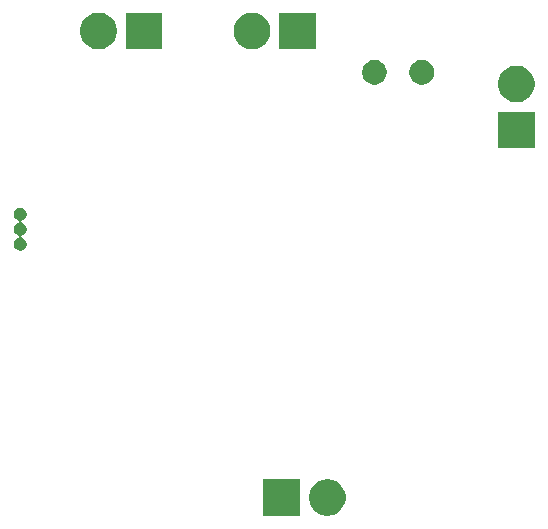
<source format=gbr>
G04 #@! TF.GenerationSoftware,KiCad,Pcbnew,(5.1.5)-3*
G04 #@! TF.CreationDate,2022-02-08T11:31:35-03:00*
G04 #@! TF.ProjectId,bq24160,62713234-3136-4302-9e6b-696361645f70,rev?*
G04 #@! TF.SameCoordinates,Original*
G04 #@! TF.FileFunction,Soldermask,Bot*
G04 #@! TF.FilePolarity,Negative*
%FSLAX46Y46*%
G04 Gerber Fmt 4.6, Leading zero omitted, Abs format (unit mm)*
G04 Created by KiCad (PCBNEW (5.1.5)-3) date 2022-02-08 11:31:35*
%MOMM*%
%LPD*%
G04 APERTURE LIST*
%ADD10C,0.100000*%
G04 APERTURE END LIST*
D10*
G36*
X96671000Y-116551000D02*
G01*
X93569000Y-116551000D01*
X93569000Y-113449000D01*
X96671000Y-113449000D01*
X96671000Y-116551000D01*
G37*
G36*
X99302585Y-113478802D02*
G01*
X99452410Y-113508604D01*
X99734674Y-113625521D01*
X99988705Y-113795259D01*
X100204741Y-114011295D01*
X100374479Y-114265326D01*
X100491396Y-114547590D01*
X100551000Y-114847240D01*
X100551000Y-115152760D01*
X100491396Y-115452410D01*
X100374479Y-115734674D01*
X100204741Y-115988705D01*
X99988705Y-116204741D01*
X99734674Y-116374479D01*
X99452410Y-116491396D01*
X99302585Y-116521198D01*
X99152761Y-116551000D01*
X98847239Y-116551000D01*
X98697415Y-116521198D01*
X98547590Y-116491396D01*
X98265326Y-116374479D01*
X98011295Y-116204741D01*
X97795259Y-115988705D01*
X97625521Y-115734674D01*
X97508604Y-115452410D01*
X97449000Y-115152760D01*
X97449000Y-114847240D01*
X97508604Y-114547590D01*
X97625521Y-114265326D01*
X97795259Y-114011295D01*
X98011295Y-113795259D01*
X98265326Y-113625521D01*
X98547590Y-113508604D01*
X98697415Y-113478802D01*
X98847239Y-113449000D01*
X99152761Y-113449000D01*
X99302585Y-113478802D01*
G37*
G36*
X73160721Y-90470174D02*
G01*
X73260995Y-90511709D01*
X73260996Y-90511710D01*
X73351242Y-90572010D01*
X73427990Y-90648758D01*
X73427991Y-90648760D01*
X73488291Y-90739005D01*
X73529826Y-90839279D01*
X73551000Y-90945730D01*
X73551000Y-91054270D01*
X73529826Y-91160721D01*
X73488291Y-91260995D01*
X73488290Y-91260996D01*
X73427990Y-91351242D01*
X73351242Y-91427990D01*
X73305812Y-91458345D01*
X73260995Y-91488291D01*
X73185611Y-91519516D01*
X73164000Y-91531067D01*
X73145059Y-91546612D01*
X73129513Y-91565554D01*
X73117962Y-91587165D01*
X73110849Y-91610614D01*
X73108447Y-91635000D01*
X73110849Y-91659386D01*
X73117962Y-91682835D01*
X73129513Y-91704446D01*
X73145058Y-91723387D01*
X73164000Y-91738933D01*
X73185611Y-91750484D01*
X73260995Y-91781709D01*
X73260996Y-91781710D01*
X73351242Y-91842010D01*
X73427990Y-91918758D01*
X73427991Y-91918760D01*
X73488291Y-92009005D01*
X73529826Y-92109279D01*
X73551000Y-92215730D01*
X73551000Y-92324270D01*
X73529826Y-92430721D01*
X73488291Y-92530995D01*
X73488290Y-92530996D01*
X73427990Y-92621242D01*
X73351242Y-92697990D01*
X73305812Y-92728345D01*
X73260995Y-92758291D01*
X73185611Y-92789516D01*
X73164000Y-92801067D01*
X73145059Y-92816612D01*
X73129513Y-92835554D01*
X73117962Y-92857165D01*
X73110849Y-92880614D01*
X73108447Y-92905000D01*
X73110849Y-92929386D01*
X73117962Y-92952835D01*
X73129513Y-92974446D01*
X73145058Y-92993387D01*
X73164000Y-93008933D01*
X73185611Y-93020484D01*
X73260995Y-93051709D01*
X73260996Y-93051710D01*
X73351242Y-93112010D01*
X73427990Y-93188758D01*
X73427991Y-93188760D01*
X73488291Y-93279005D01*
X73529826Y-93379279D01*
X73551000Y-93485730D01*
X73551000Y-93594270D01*
X73529826Y-93700721D01*
X73488291Y-93800995D01*
X73488290Y-93800996D01*
X73427990Y-93891242D01*
X73351242Y-93967990D01*
X73305812Y-93998345D01*
X73260995Y-94028291D01*
X73160721Y-94069826D01*
X73054270Y-94091000D01*
X72945730Y-94091000D01*
X72839279Y-94069826D01*
X72739005Y-94028291D01*
X72694188Y-93998345D01*
X72648758Y-93967990D01*
X72572010Y-93891242D01*
X72511710Y-93800996D01*
X72511709Y-93800995D01*
X72470174Y-93700721D01*
X72449000Y-93594270D01*
X72449000Y-93485730D01*
X72470174Y-93379279D01*
X72511709Y-93279005D01*
X72572009Y-93188760D01*
X72572010Y-93188758D01*
X72648758Y-93112010D01*
X72739004Y-93051710D01*
X72739005Y-93051709D01*
X72814389Y-93020484D01*
X72836000Y-93008933D01*
X72854941Y-92993388D01*
X72870487Y-92974446D01*
X72882038Y-92952835D01*
X72889151Y-92929386D01*
X72891553Y-92905000D01*
X72889151Y-92880614D01*
X72882038Y-92857165D01*
X72870487Y-92835554D01*
X72854942Y-92816613D01*
X72836000Y-92801067D01*
X72814389Y-92789516D01*
X72739005Y-92758291D01*
X72694188Y-92728345D01*
X72648758Y-92697990D01*
X72572010Y-92621242D01*
X72511710Y-92530996D01*
X72511709Y-92530995D01*
X72470174Y-92430721D01*
X72449000Y-92324270D01*
X72449000Y-92215730D01*
X72470174Y-92109279D01*
X72511709Y-92009005D01*
X72572009Y-91918760D01*
X72572010Y-91918758D01*
X72648758Y-91842010D01*
X72739004Y-91781710D01*
X72739005Y-91781709D01*
X72814389Y-91750484D01*
X72836000Y-91738933D01*
X72854941Y-91723388D01*
X72870487Y-91704446D01*
X72882038Y-91682835D01*
X72889151Y-91659386D01*
X72891553Y-91635000D01*
X72889151Y-91610614D01*
X72882038Y-91587165D01*
X72870487Y-91565554D01*
X72854942Y-91546613D01*
X72836000Y-91531067D01*
X72814389Y-91519516D01*
X72739005Y-91488291D01*
X72694188Y-91458345D01*
X72648758Y-91427990D01*
X72572010Y-91351242D01*
X72511710Y-91260996D01*
X72511709Y-91260995D01*
X72470174Y-91160721D01*
X72449000Y-91054270D01*
X72449000Y-90945730D01*
X72470174Y-90839279D01*
X72511709Y-90739005D01*
X72572009Y-90648760D01*
X72572010Y-90648758D01*
X72648758Y-90572010D01*
X72739004Y-90511710D01*
X72739005Y-90511709D01*
X72839279Y-90470174D01*
X72945730Y-90449000D01*
X73054270Y-90449000D01*
X73160721Y-90470174D01*
G37*
G36*
X116551000Y-85431000D02*
G01*
X113449000Y-85431000D01*
X113449000Y-82329000D01*
X116551000Y-82329000D01*
X116551000Y-85431000D01*
G37*
G36*
X115302585Y-78478802D02*
G01*
X115452410Y-78508604D01*
X115734674Y-78625521D01*
X115988705Y-78795259D01*
X116204741Y-79011295D01*
X116374479Y-79265326D01*
X116491396Y-79547590D01*
X116551000Y-79847240D01*
X116551000Y-80152760D01*
X116491396Y-80452410D01*
X116374479Y-80734674D01*
X116204741Y-80988705D01*
X115988705Y-81204741D01*
X115734674Y-81374479D01*
X115452410Y-81491396D01*
X115302585Y-81521198D01*
X115152761Y-81551000D01*
X114847239Y-81551000D01*
X114697415Y-81521198D01*
X114547590Y-81491396D01*
X114265326Y-81374479D01*
X114011295Y-81204741D01*
X113795259Y-80988705D01*
X113625521Y-80734674D01*
X113508604Y-80452410D01*
X113449000Y-80152760D01*
X113449000Y-79847240D01*
X113508604Y-79547590D01*
X113625521Y-79265326D01*
X113795259Y-79011295D01*
X114011295Y-78795259D01*
X114265326Y-78625521D01*
X114547590Y-78508604D01*
X114697415Y-78478802D01*
X114847239Y-78449000D01*
X115152761Y-78449000D01*
X115302585Y-78478802D01*
G37*
G36*
X103306564Y-77989389D02*
G01*
X103497833Y-78068615D01*
X103497835Y-78068616D01*
X103669973Y-78183635D01*
X103816365Y-78330027D01*
X103931385Y-78502167D01*
X104010611Y-78693436D01*
X104051000Y-78896484D01*
X104051000Y-79103516D01*
X104010611Y-79306564D01*
X103931385Y-79497833D01*
X103931384Y-79497835D01*
X103816365Y-79669973D01*
X103669973Y-79816365D01*
X103497835Y-79931384D01*
X103497834Y-79931385D01*
X103497833Y-79931385D01*
X103306564Y-80010611D01*
X103103516Y-80051000D01*
X102896484Y-80051000D01*
X102693436Y-80010611D01*
X102502167Y-79931385D01*
X102502166Y-79931385D01*
X102502165Y-79931384D01*
X102330027Y-79816365D01*
X102183635Y-79669973D01*
X102068616Y-79497835D01*
X102068615Y-79497833D01*
X101989389Y-79306564D01*
X101949000Y-79103516D01*
X101949000Y-78896484D01*
X101989389Y-78693436D01*
X102068615Y-78502167D01*
X102183635Y-78330027D01*
X102330027Y-78183635D01*
X102502165Y-78068616D01*
X102502167Y-78068615D01*
X102693436Y-77989389D01*
X102896484Y-77949000D01*
X103103516Y-77949000D01*
X103306564Y-77989389D01*
G37*
G36*
X107306564Y-77989389D02*
G01*
X107497833Y-78068615D01*
X107497835Y-78068616D01*
X107669973Y-78183635D01*
X107816365Y-78330027D01*
X107931385Y-78502167D01*
X108010611Y-78693436D01*
X108051000Y-78896484D01*
X108051000Y-79103516D01*
X108010611Y-79306564D01*
X107931385Y-79497833D01*
X107931384Y-79497835D01*
X107816365Y-79669973D01*
X107669973Y-79816365D01*
X107497835Y-79931384D01*
X107497834Y-79931385D01*
X107497833Y-79931385D01*
X107306564Y-80010611D01*
X107103516Y-80051000D01*
X106896484Y-80051000D01*
X106693436Y-80010611D01*
X106502167Y-79931385D01*
X106502166Y-79931385D01*
X106502165Y-79931384D01*
X106330027Y-79816365D01*
X106183635Y-79669973D01*
X106068616Y-79497835D01*
X106068615Y-79497833D01*
X105989389Y-79306564D01*
X105949000Y-79103516D01*
X105949000Y-78896484D01*
X105989389Y-78693436D01*
X106068615Y-78502167D01*
X106183635Y-78330027D01*
X106330027Y-78183635D01*
X106502165Y-78068616D01*
X106502167Y-78068615D01*
X106693436Y-77989389D01*
X106896484Y-77949000D01*
X107103516Y-77949000D01*
X107306564Y-77989389D01*
G37*
G36*
X85051000Y-77051000D02*
G01*
X81949000Y-77051000D01*
X81949000Y-73949000D01*
X85051000Y-73949000D01*
X85051000Y-77051000D01*
G37*
G36*
X79922585Y-73978802D02*
G01*
X80072410Y-74008604D01*
X80354674Y-74125521D01*
X80608705Y-74295259D01*
X80824741Y-74511295D01*
X80994479Y-74765326D01*
X81111396Y-75047590D01*
X81171000Y-75347240D01*
X81171000Y-75652760D01*
X81111396Y-75952410D01*
X80994479Y-76234674D01*
X80824741Y-76488705D01*
X80608705Y-76704741D01*
X80354674Y-76874479D01*
X80072410Y-76991396D01*
X79922585Y-77021198D01*
X79772761Y-77051000D01*
X79467239Y-77051000D01*
X79317415Y-77021198D01*
X79167590Y-76991396D01*
X78885326Y-76874479D01*
X78631295Y-76704741D01*
X78415259Y-76488705D01*
X78245521Y-76234674D01*
X78128604Y-75952410D01*
X78069000Y-75652760D01*
X78069000Y-75347240D01*
X78128604Y-75047590D01*
X78245521Y-74765326D01*
X78415259Y-74511295D01*
X78631295Y-74295259D01*
X78885326Y-74125521D01*
X79167590Y-74008604D01*
X79317415Y-73978802D01*
X79467239Y-73949000D01*
X79772761Y-73949000D01*
X79922585Y-73978802D01*
G37*
G36*
X92922585Y-73978802D02*
G01*
X93072410Y-74008604D01*
X93354674Y-74125521D01*
X93608705Y-74295259D01*
X93824741Y-74511295D01*
X93994479Y-74765326D01*
X94111396Y-75047590D01*
X94171000Y-75347240D01*
X94171000Y-75652760D01*
X94111396Y-75952410D01*
X93994479Y-76234674D01*
X93824741Y-76488705D01*
X93608705Y-76704741D01*
X93354674Y-76874479D01*
X93072410Y-76991396D01*
X92922585Y-77021198D01*
X92772761Y-77051000D01*
X92467239Y-77051000D01*
X92317415Y-77021198D01*
X92167590Y-76991396D01*
X91885326Y-76874479D01*
X91631295Y-76704741D01*
X91415259Y-76488705D01*
X91245521Y-76234674D01*
X91128604Y-75952410D01*
X91069000Y-75652760D01*
X91069000Y-75347240D01*
X91128604Y-75047590D01*
X91245521Y-74765326D01*
X91415259Y-74511295D01*
X91631295Y-74295259D01*
X91885326Y-74125521D01*
X92167590Y-74008604D01*
X92317415Y-73978802D01*
X92467239Y-73949000D01*
X92772761Y-73949000D01*
X92922585Y-73978802D01*
G37*
G36*
X98051000Y-77051000D02*
G01*
X94949000Y-77051000D01*
X94949000Y-73949000D01*
X98051000Y-73949000D01*
X98051000Y-77051000D01*
G37*
M02*

</source>
